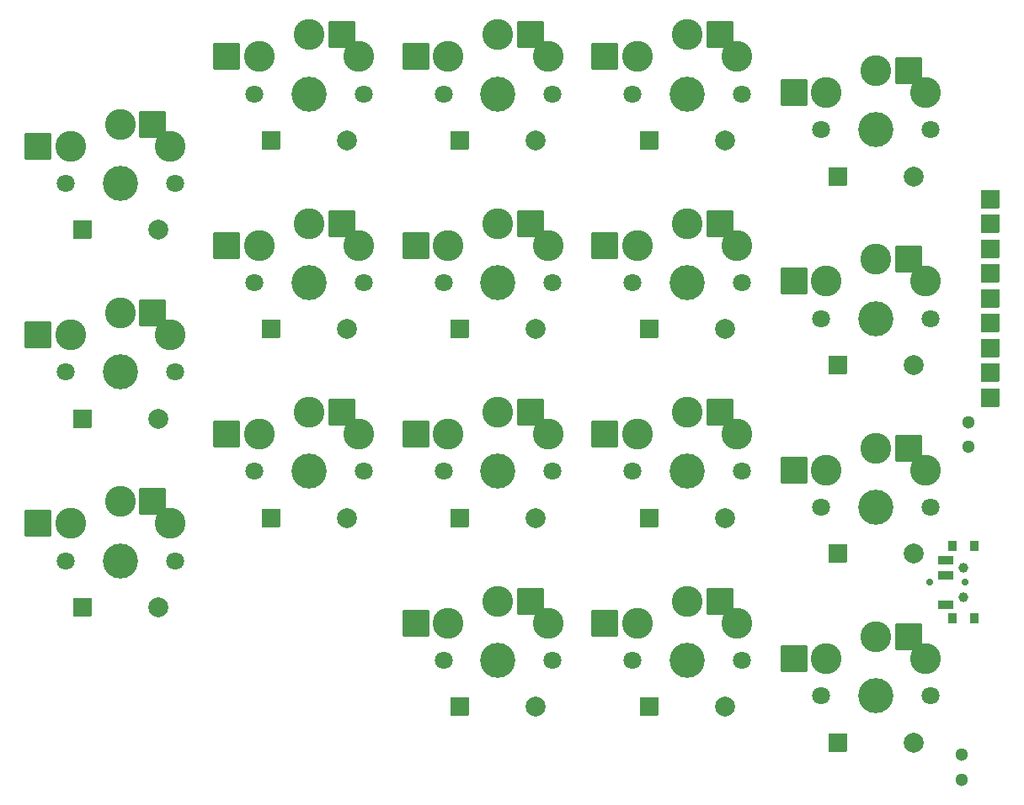
<source format=gbr>
%TF.GenerationSoftware,KiCad,Pcbnew,7.0.7*%
%TF.CreationDate,2023-11-30T20:13:54-05:00*%
%TF.ProjectId,pcb,7063622e-6b69-4636-9164-5f7063625858,v1.0.0*%
%TF.SameCoordinates,Original*%
%TF.FileFunction,Soldermask,Top*%
%TF.FilePolarity,Negative*%
%FSLAX46Y46*%
G04 Gerber Fmt 4.6, Leading zero omitted, Abs format (unit mm)*
G04 Created by KiCad (PCBNEW 7.0.7) date 2023-11-30 20:13:54*
%MOMM*%
%LPD*%
G01*
G04 APERTURE LIST*
G04 Aperture macros list*
%AMRoundRect*
0 Rectangle with rounded corners*
0 $1 Rounding radius*
0 $2 $3 $4 $5 $6 $7 $8 $9 X,Y pos of 4 corners*
0 Add a 4 corners polygon primitive as box body*
4,1,4,$2,$3,$4,$5,$6,$7,$8,$9,$2,$3,0*
0 Add four circle primitives for the rounded corners*
1,1,$1+$1,$2,$3*
1,1,$1+$1,$4,$5*
1,1,$1+$1,$6,$7*
1,1,$1+$1,$8,$9*
0 Add four rect primitives between the rounded corners*
20,1,$1+$1,$2,$3,$4,$5,0*
20,1,$1+$1,$4,$5,$6,$7,0*
20,1,$1+$1,$6,$7,$8,$9,0*
20,1,$1+$1,$8,$9,$2,$3,0*%
G04 Aperture macros list end*
%ADD10C,1.300000*%
%ADD11C,1.801800*%
%ADD12C,3.100000*%
%ADD13C,3.529000*%
%ADD14RoundRect,0.050000X-1.300000X-1.300000X1.300000X-1.300000X1.300000X1.300000X-1.300000X1.300000X0*%
%ADD15RoundRect,0.050000X-0.889000X-0.889000X0.889000X-0.889000X0.889000X0.889000X-0.889000X0.889000X0*%
%ADD16C,2.005000*%
%ADD17RoundRect,0.050000X-0.400000X0.500000X-0.400000X-0.500000X0.400000X-0.500000X0.400000X0.500000X0*%
%ADD18C,1.000000*%
%ADD19C,0.700000*%
%ADD20RoundRect,0.050000X-0.750000X0.350000X-0.750000X-0.350000X0.750000X-0.350000X0.750000X0.350000X0*%
G04 APERTURE END LIST*
D10*
%TO.C,*%
X84625000Y-500000D03*
X84625000Y-3000000D03*
%TD*%
D11*
%TO.C,S16*%
X70500000Y24400000D03*
D12*
X71000000Y28150000D03*
X76000000Y30350000D03*
X76000000Y30350000D03*
D13*
X76000000Y24400000D03*
D12*
X81000000Y28150000D03*
D11*
X81500000Y24400000D03*
D14*
X79275000Y30350000D03*
X67725000Y28150000D03*
%TD*%
D15*
%TO.C,REF\u002A\u002A*%
X87500000Y42900000D03*
%TD*%
D11*
%TO.C,S2*%
X-5500000Y38000000D03*
D12*
X-5000000Y41750000D03*
X0Y43950000D03*
X0Y43950000D03*
D13*
X0Y38000000D03*
D12*
X5000000Y41750000D03*
D11*
X5500000Y38000000D03*
D14*
X3275000Y43950000D03*
X-8275000Y41750000D03*
%TD*%
D11*
%TO.C,S11*%
X51500000Y9000000D03*
D12*
X52000000Y12750000D03*
X57000000Y14950000D03*
X57000000Y14950000D03*
D13*
X57000000Y9000000D03*
D12*
X62000000Y12750000D03*
D11*
X62500000Y9000000D03*
D14*
X60275000Y14950000D03*
X48725000Y12750000D03*
%TD*%
D15*
%TO.C,D5*%
X15190000Y42300000D03*
D16*
X22810000Y42300000D03*
%TD*%
D11*
%TO.C,S12*%
X51500000Y28000000D03*
D12*
X52000000Y31750000D03*
X57000000Y33950000D03*
X57000000Y33950000D03*
D13*
X57000000Y28000000D03*
D12*
X62000000Y31750000D03*
D11*
X62500000Y28000000D03*
D14*
X60275000Y33950000D03*
X48725000Y31750000D03*
%TD*%
D11*
%TO.C,S4*%
X13500000Y28000000D03*
D12*
X14000000Y31750000D03*
X19000000Y33950000D03*
X19000000Y33950000D03*
D13*
X19000000Y28000000D03*
D12*
X24000000Y31750000D03*
D11*
X24500000Y28000000D03*
D14*
X22275000Y33950000D03*
X10725000Y31750000D03*
%TD*%
D11*
%TO.C,S17*%
X70500000Y43400000D03*
D12*
X71000000Y47150000D03*
X76000000Y49350000D03*
X76000000Y49350000D03*
D13*
X76000000Y43400000D03*
D12*
X81000000Y47150000D03*
D11*
X81500000Y43400000D03*
D14*
X79275000Y49350000D03*
X67725000Y47150000D03*
%TD*%
D15*
%TO.C,D7*%
X34190000Y4300000D03*
D16*
X41810000Y4300000D03*
%TD*%
D15*
%TO.C,REF\u002A\u002A*%
X87500000Y50400000D03*
%TD*%
%TO.C,D10*%
X34190000Y61300000D03*
D16*
X41810000Y61300000D03*
%TD*%
D11*
%TO.C,S14*%
X51500000Y66000000D03*
D12*
X52000000Y69750000D03*
X57000000Y71950000D03*
X57000000Y71950000D03*
D13*
X57000000Y66000000D03*
D12*
X62000000Y69750000D03*
D11*
X62500000Y66000000D03*
D14*
X60275000Y71950000D03*
X48725000Y69750000D03*
%TD*%
D15*
%TO.C,D3*%
X-3810000Y52300000D03*
D16*
X3810000Y52300000D03*
%TD*%
D15*
%TO.C,D9*%
X34190000Y42300000D03*
D16*
X41810000Y42300000D03*
%TD*%
D15*
%TO.C,D18*%
X72190000Y57700000D03*
D16*
X79810000Y57700000D03*
%TD*%
D15*
%TO.C,D8*%
X34190000Y23300000D03*
D16*
X41810000Y23300000D03*
%TD*%
D15*
%TO.C,D13*%
X53190000Y42300000D03*
D16*
X60810000Y42300000D03*
%TD*%
D11*
%TO.C,S8*%
X32500000Y28000000D03*
D12*
X33000000Y31750000D03*
X38000000Y33950000D03*
X38000000Y33950000D03*
D13*
X38000000Y28000000D03*
D12*
X43000000Y31750000D03*
D11*
X43500000Y28000000D03*
D14*
X41275000Y33950000D03*
X29725000Y31750000D03*
%TD*%
D15*
%TO.C,REF\u002A\u002A*%
X87500000Y52900000D03*
%TD*%
%TO.C,REF\u002A\u002A*%
X87500000Y35400000D03*
%TD*%
D11*
%TO.C,S5*%
X13500000Y47000000D03*
D12*
X14000000Y50750000D03*
X19000000Y52950000D03*
X19000000Y52950000D03*
D13*
X19000000Y47000000D03*
D12*
X24000000Y50750000D03*
D11*
X24500000Y47000000D03*
D14*
X22275000Y52950000D03*
X10725000Y50750000D03*
%TD*%
D11*
%TO.C,S10*%
X32500000Y66000000D03*
D12*
X33000000Y69750000D03*
X38000000Y71950000D03*
X38000000Y71950000D03*
D13*
X38000000Y66000000D03*
D12*
X43000000Y69750000D03*
D11*
X43500000Y66000000D03*
D14*
X41275000Y71950000D03*
X29725000Y69750000D03*
%TD*%
D15*
%TO.C,REF\u002A\u002A*%
X87500000Y45400000D03*
%TD*%
D11*
%TO.C,S1*%
X-5500000Y19000000D03*
D12*
X-5000000Y22750000D03*
X0Y24950000D03*
X0Y24950000D03*
D13*
X0Y19000000D03*
D12*
X5000000Y22750000D03*
D11*
X5500000Y19000000D03*
D14*
X3275000Y24950000D03*
X-8275000Y22750000D03*
%TD*%
D15*
%TO.C,REF\u002A\u002A*%
X87500000Y37900000D03*
%TD*%
%TO.C,REF\u002A\u002A*%
X87500000Y47900000D03*
%TD*%
%TO.C,REF\u002A\u002A*%
X87500000Y40400000D03*
%TD*%
D11*
%TO.C,S13*%
X51500000Y47000000D03*
D12*
X52000000Y50750000D03*
X57000000Y52950000D03*
X57000000Y52950000D03*
D13*
X57000000Y47000000D03*
D12*
X62000000Y50750000D03*
D11*
X62500000Y47000000D03*
D14*
X60275000Y52950000D03*
X48725000Y50750000D03*
%TD*%
D11*
%TO.C,S18*%
X70500000Y62400000D03*
D12*
X71000000Y66150000D03*
X76000000Y68350000D03*
X76000000Y68350000D03*
D13*
X76000000Y62400000D03*
D12*
X81000000Y66150000D03*
D11*
X81500000Y62400000D03*
D14*
X79275000Y68350000D03*
X67725000Y66150000D03*
%TD*%
D15*
%TO.C,D14*%
X53190000Y61300000D03*
D16*
X60810000Y61300000D03*
%TD*%
D11*
%TO.C,S9*%
X32500000Y47000000D03*
D12*
X33000000Y50750000D03*
X38000000Y52950000D03*
X38000000Y52950000D03*
D13*
X38000000Y47000000D03*
D12*
X43000000Y50750000D03*
D11*
X43500000Y47000000D03*
D14*
X41275000Y52950000D03*
X29725000Y50750000D03*
%TD*%
D11*
%TO.C,S15*%
X70500000Y5400000D03*
D12*
X71000000Y9150000D03*
X76000000Y11350000D03*
X76000000Y11350000D03*
D13*
X76000000Y5400000D03*
D12*
X81000000Y9150000D03*
D11*
X81500000Y5400000D03*
D14*
X79275000Y11350000D03*
X67725000Y9150000D03*
%TD*%
D15*
%TO.C,D16*%
X72190000Y19700000D03*
D16*
X79810000Y19700000D03*
%TD*%
D15*
%TO.C,D4*%
X15190000Y23300000D03*
D16*
X22810000Y23300000D03*
%TD*%
D11*
%TO.C,S6*%
X13500000Y66000000D03*
D12*
X14000000Y69750000D03*
X19000000Y71950000D03*
X19000000Y71950000D03*
D13*
X19000000Y66000000D03*
D12*
X24000000Y69750000D03*
D11*
X24500000Y66000000D03*
D14*
X22275000Y71950000D03*
X10725000Y69750000D03*
%TD*%
D15*
%TO.C,REF\u002A\u002A*%
X87500000Y55400000D03*
%TD*%
%TO.C,D12*%
X53190000Y23300000D03*
D16*
X60810000Y23300000D03*
%TD*%
D15*
%TO.C,D15*%
X72190000Y700000D03*
D16*
X79810000Y700000D03*
%TD*%
D15*
%TO.C,D17*%
X72190000Y38700000D03*
D16*
X79810000Y38700000D03*
%TD*%
D15*
%TO.C,D2*%
X-3810000Y33300000D03*
D16*
X3810000Y33300000D03*
%TD*%
D17*
%TO.C,*%
X83645000Y13175000D03*
X85855000Y13175000D03*
D18*
X84755000Y15325000D03*
X84755000Y15325000D03*
D19*
X81425000Y16825000D03*
X84925000Y16825000D03*
D18*
X84755000Y18325000D03*
X84755000Y18325000D03*
D17*
X83645000Y20475000D03*
X85855000Y20475000D03*
D20*
X82995000Y14575000D03*
X82995000Y17575000D03*
X82995000Y19075000D03*
%TD*%
D11*
%TO.C,S3*%
X-5500000Y57000000D03*
D12*
X-5000000Y60750000D03*
X0Y62950000D03*
X0Y62950000D03*
D13*
X0Y57000000D03*
D12*
X5000000Y60750000D03*
D11*
X5500000Y57000000D03*
D14*
X3275000Y62950000D03*
X-8275000Y60750000D03*
%TD*%
D10*
%TO.C,*%
X85250000Y32950000D03*
X85250000Y30450000D03*
%TD*%
D15*
%TO.C,D11*%
X53190000Y4300000D03*
D16*
X60810000Y4300000D03*
%TD*%
D11*
%TO.C,S7*%
X32500000Y9000000D03*
D12*
X33000000Y12750000D03*
X38000000Y14950000D03*
X38000000Y14950000D03*
D13*
X38000000Y9000000D03*
D12*
X43000000Y12750000D03*
D11*
X43500000Y9000000D03*
D14*
X41275000Y14950000D03*
X29725000Y12750000D03*
%TD*%
D15*
%TO.C,D6*%
X15190000Y61300000D03*
D16*
X22810000Y61300000D03*
%TD*%
D15*
%TO.C,D1*%
X-3810000Y14300000D03*
D16*
X3810000Y14300000D03*
%TD*%
M02*

</source>
